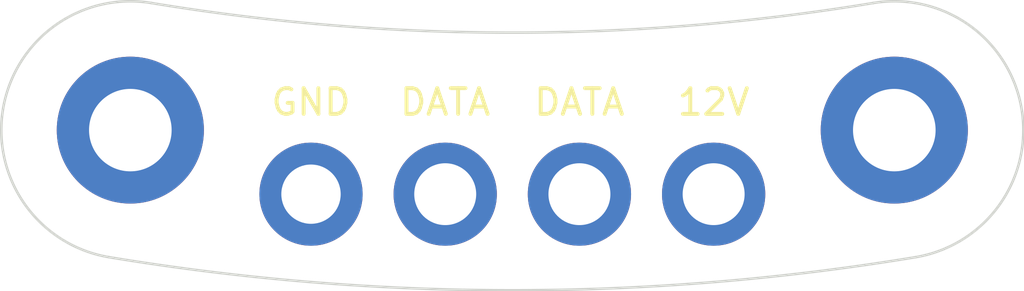
<source format=kicad_pcb>
(kicad_pcb (version 20221018) (generator pcbnew)
  (layers (0 "F.Cu" signal) (31 "B.Cu" signal) (34 "B.Paste" user) (35 "F.Paste" user) (36 "B.SilkS" user "B.Silkscreen") (37 "F.SilkS" user "F.Silkscreen") (38 "B.Mask" user) (39 "F.Mask" user) (44 "Edge.Cuts" user))
  (net 0 "")
  (footprint "MountingHole:MountingHole_3.2mm_M3_ISO7380_Pad" (layer "F.Cu") (at 114.8 104.106045)
    (fp_text reference "REF**" hide)
    (fp_text value "MountingHole_3.2mm_M3_ISO7380_Pad" hide)
    (pad "1" thru_hole circle locked (at 0 0) (size 5.7 5.7) (drill 3.2) (layers "*.Cu" "*.Mask"))
  )
  (footprint "MountingHole:MountingHole_2.5mm_Pad" (layer "F.Cu") (at 92.2 106.592263)
    (fp_text reference "REF**" hide)
    (fp_text value "MountingHole_2.5mm_Pad" hide)
    (pad "1" thru_hole circle locked (at 0 0) (size 4 4) (drill 2.3) (layers "*.Cu" "*.Mask"))
  )
  (footprint "MountingHole:MountingHole_2.5mm_Pad" (layer "F.Cu") (at 102.6 106.592263)
    (fp_text reference "REF**" hide)
    (fp_text value "MountingHole_2.5mm_Pad" hide)
    (pad "1" thru_hole circle locked (at 0 0) (size 4 4) (drill 2.4) (layers "*.Cu" "*.Mask"))
  )
  (footprint "MountingHole:MountingHole_2.5mm_Pad" (layer "F.Cu") (at 97.4 106.592263)
    (fp_text reference "REF**" hide)
    (fp_text value "MountingHole_2.5mm_Pad" hide)
    (pad "1" thru_hole circle locked (at 0 0) (size 4 4) (drill 2.4) (layers "*.Cu" "*.Mask"))
  )
  (footprint "MountingHole:MountingHole_3.2mm_M3_ISO7380_Pad" (layer "F.Cu") (at 85.2 104.106045)
    (fp_text reference "REF**" hide)
    (fp_text value "MountingHole_3.2mm_M3_ISO7380_Pad" hide)
    (pad "1" thru_hole circle locked (at 0 0) (size 5.7 5.7) (drill 3.2) (layers "*.Cu" "*.Mask"))
  )
  (footprint "MountingHole:MountingHole_2.5mm_Pad" (layer "F.Cu") (at 107.8 106.592263)
    (fp_text reference "REF**" hide)
    (fp_text value "MountingHole_2.5mm_Pad" hide)
    (pad "1" thru_hole circle locked (at 0 0) (size 4 4) (drill 2.4) (layers "*.Cu" "*.Mask"))
  )
  (gr_arc locked (start 84.383455 109.03892) (mid 80.267125 103.2895) (end 86.016545 99.17317) (stroke (width 0.1)) (layer "Edge.Cuts"))
  (gr_arc locked (start 113.983455 99.17317) (mid 100 100.322698) (end 86.016545 99.17317) (stroke (width 0.1)) (layer "Edge.Cuts"))
  (gr_arc locked (start 115.616545 109.03892) (mid 100 110.322698) (end 84.383455 109.03892) (stroke (width 0.1)) (layer "Edge.Cuts"))
  (gr_arc locked (start 113.983455 99.17317) (mid 119.732875 103.2895) (end 115.616545 109.03892) (stroke (width 0.1)) (layer "Edge.Cuts"))
  (gr_text "12V" (at 107.8 103.6068) (layer "F.SilkS") (effects (font (size 1 1)) (justify bottom)))
  (gr_text "DATA" (at 97.4 103.6068) (layer "F.SilkS") (effects (font (size 1 1)) (justify bottom)))
  (gr_text "GND" (at 92.2 103.6068) (layer "F.SilkS") (effects (font (size 1 1)) (justify bottom)))
  (gr_text "DATA" (at 102.6 103.6068) (layer "F.SilkS") (effects (font (size 1 1)) (justify bottom)))
)
</source>
